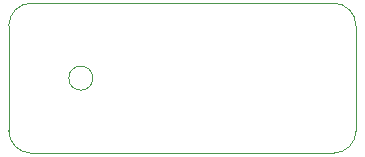
<source format=gko>
G04*
G04 #@! TF.GenerationSoftware,Altium Limited,Altium Designer,21.6.4 (81)*
G04*
G04 Layer_Color=16711935*
%FSLAX44Y44*%
%MOMM*%
G71*
G04*
G04 #@! TF.SameCoordinates,42E99185-249E-4A08-A5EB-3BBFC5BDC6E3*
G04*
G04*
G04 #@! TF.FilePolarity,Positive*
G04*
G01*
G75*
%ADD45C,0.0130*%
%ADD46C,0.0127*%
D45*
X273680Y0D02*
G03*
X292730Y19050I0J19050D01*
G01*
D46*
Y107950D02*
G03*
X273680Y127000I-19050J0D01*
G01*
X69850Y63500D02*
G03*
X69850Y63500I-10160J0D01*
G01*
X17780Y127000D02*
G03*
X-1270Y107950I0J-19050D01*
G01*
Y19050D02*
G03*
X17780Y0I19050J0D01*
G01*
X292730Y19050D02*
Y34925D01*
X17780Y0D02*
X273680D01*
X17780Y127000D02*
X273680D01*
X292730Y79375D02*
Y107950D01*
Y34925D02*
Y79375D01*
X-1270Y19050D02*
Y107950D01*
M02*

</source>
